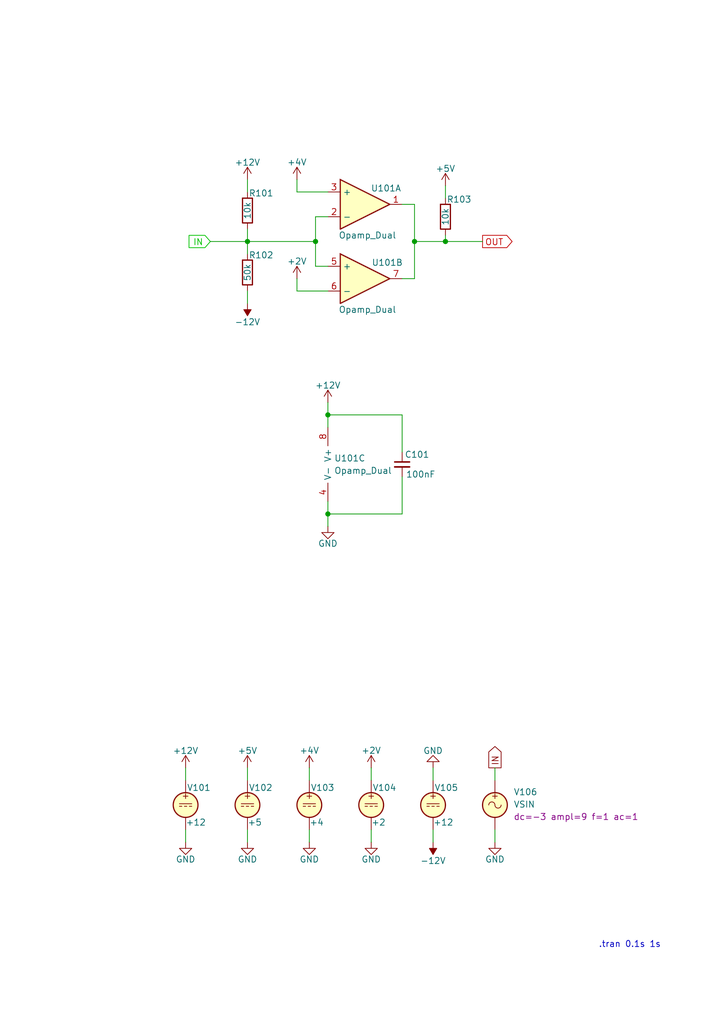
<source format=kicad_sch>
(kicad_sch (version 20250114) (generator "eeschema") (generator_version "9.0")
  (paper "A5" portrait)
  (title_block (title "Window comparator - Simulation") (date "2025-08-13") (rev "1.0.alpha") (comment 1 "Copyright (c) 2025 by Filip Pynckels & Robin Pynckels"))
  (lib_symbols
    (symbol "Device:C_Small" (pin_numbers (hide yes)) (pin_names (offset 0.254) (hide yes))
      (property "Reference" "C" (at 0.254 1.778 0))
      (property "Value" "C_Small" (at 0.254 -2.032 0))
      (symbol "C_Small_0_1"
        (polyline (pts (xy -1.524 0.508) (xy 1.524 0.508)) (stroke (width 0.3048)))
        (polyline (pts (xy -1.524 -0.508) (xy 1.524 -0.508)) (stroke (width 0.3302)))
      )
      (symbol "C_Small_1_1"
        (pin passive line (at 0 2.54 270) (length 2.032) (name "~") (number "1"))
        (pin passive line (at 0 -2.54 90) (length 2.032) (name "~") (number "2"))
      )
    )
    (symbol "Device:Opamp_Dual"
      (property "Reference" "U" (at 0 5.08 0))
      (property "Value" "Opamp_Dual" (at 0 -5.08 0))
      (symbol "Opamp_Dual_1_1"
        (polyline (pts (xy -5.08 5.08) (xy 5.08 0) (xy -5.08 -5.08) (xy -5.08 5.08)) (stroke (width 0.254)) (fill (type background)))
        (pin input line (at -7.62 2.54 0) (length 2.54) (name "+") (number "3"))
        (pin input line (at -7.62 -2.54 0) (length 2.54) (name "-") (number "2"))
        (pin output line (at 7.62 0 180) (length 2.54) (name "~") (number "1"))
      )
      (symbol "Opamp_Dual_2_1"
        (polyline (pts (xy -5.08 5.08) (xy 5.08 0) (xy -5.08 -5.08) (xy -5.08 5.08)) (stroke (width 0.254)) (fill (type background)))
        (pin input line (at -7.62 2.54 0) (length 2.54) (name "+") (number "5"))
        (pin input line (at -7.62 -2.54 0) (length 2.54) (name "-") (number "6"))
        (pin output line (at 7.62 0 180) (length 2.54) (name "~") (number "7"))
      )
      (symbol "Opamp_Dual_3_1"
        (pin power_in line (at -2.54 7.62 270) (length 3.81) (name "V+") (number "8"))
        (pin power_in line (at -2.54 -7.62 90) (length 3.81) (name "V-") (number "4"))
      )
    )
    (symbol "Device:R" (pin_numbers (hide yes)) (pin_names (offset 0))
      (property "Reference" "R" (at 2.032 0 90))
      (property "Value" "R" (at 0 0 90))
      (symbol "R_0_1"
        (rectangle (start -1.016 -2.54) (end 1.016 2.54) (stroke (width 0.254)))
      )
      (symbol "R_1_1"
        (pin passive line (at 0 3.81 270) (length 1.27) (name "~") (number "1"))
        (pin passive line (at 0 -3.81 90) (length 1.27) (name "~") (number "2"))
      )
    )
    (symbol "Power:+2V" (power) (pin_numbers (hide yes)) (pin_names (offset 0) (hide yes))
      (property "Value" "+2V" (at 0 3.556 0))
      (symbol "+2V_0_1"
        (polyline (pts (xy -0.762 1.27) (xy 0 2.54)))
        (polyline (pts (xy 0 2.54) (xy 0.762 1.27)))
        (polyline (pts (xy 0 0) (xy 0 2.54)))
      )
      (symbol "+2V_1_1"
        (pin power_in line (at 0 0 90) (length 0) (name "~") (number "1"))
      )
    )
    (symbol "Simulation_SPICE:VDC" (pin_numbers (hide yes)) (pin_names (offset 0.0254))
      (property "Reference" "V" (at 2.54 2.54 0))
      (property "Value" "1" (at 2.54 0 0))
      (symbol "VDC_0_0"
        (polyline (pts (xy -1.27 0.254) (xy 1.27 0.254)))
        (polyline (pts (xy -0.762 -0.254) (xy -1.27 -0.254)))
        (polyline (pts (xy 0.254 -0.254) (xy -0.254 -0.254)))
        (polyline (pts (xy 1.27 -0.254) (xy 0.762 -0.254)))
        (text "+" (at 0 1.905 0) (effects (font (size 1.27 1.27))))
      )
      (symbol "VDC_0_1"
        (circle (center 0 0) (radius 2.54) (stroke (width 0.254)) (fill (type background)))
      )
      (symbol "VDC_1_1"
        (pin passive line (at 0 5.08 270) (length 2.54) (name "~") (number "1"))
        (pin passive line (at 0 -5.08 90) (length 2.54) (name "~") (number "2"))
      )
    )
    (symbol "Simulation_SPICE:VSIN" (pin_numbers (hide yes)) (pin_names (offset 0.0254))
      (property "Reference" "V" (at 2.54 2.54 0))
      (property "Value" "VSIN" (at 2.54 0 0))
      (property "Sim.Params" "dc=0 ampl=1 f=1k ac=1" (at 2.54 -2.54 0))
      (symbol "VSIN_0_0"
        (arc (start -1.27 0) (mid -0.635 0.6323) (end 0 0))
        (arc (start 1.27 0) (mid 0.635 -0.6323) (end 0 0))
        (text "+" (at 0 1.905 0) (effects (font (size 1.27 1.27))))
      )
      (symbol "VSIN_0_1"
        (circle (center 0 0) (radius 2.54) (stroke (width 0.254)) (fill (type background)))
      )
      (symbol "VSIN_1_1"
        (pin passive line (at 0 5.08 270) (length 2.54) (name "~") (number "1"))
        (pin passive line (at 0 -5.08 90) (length 2.54) (name "~") (number "2"))
      )
    )
    (symbol "power:+12V" (power) (pin_numbers (hide yes)) (pin_names (offset 0) (hide yes))
      (property "Value" "+12V" (at 0 3.556 0))
      (symbol "+12V_0_1"
        (polyline (pts (xy -0.762 1.27) (xy 0 2.54)))
        (polyline (pts (xy 0 2.54) (xy 0.762 1.27)))
        (polyline (pts (xy 0 0) (xy 0 2.54)))
      )
      (symbol "+12V_1_1"
        (pin power_in line (at 0 0 90) (length 0) (name "~") (number "1"))
      )
    )
    (symbol "power:+4V" (power) (pin_numbers (hide yes)) (pin_names (offset 0) (hide yes))
      (property "Value" "+4V" (at 0 3.556 0))
      (symbol "+4V_0_1"
        (polyline (pts (xy -0.762 1.27) (xy 0 2.54)))
        (polyline (pts (xy 0 2.54) (xy 0.762 1.27)))
        (polyline (pts (xy 0 0) (xy 0 2.54)))
      )
      (symbol "+4V_1_1"
        (pin power_in line (at 0 0 90) (length 0) (name "~") (number "1"))
      )
    )
    (symbol "power:+5V" (power) (pin_numbers (hide yes)) (pin_names (offset 0) (hide yes))
      (property "Value" "+5V" (at 0 3.556 0))
      (symbol "+5V_0_1"
        (polyline (pts (xy -0.762 1.27) (xy 0 2.54)))
        (polyline (pts (xy 0 2.54) (xy 0.762 1.27)))
        (polyline (pts (xy 0 0) (xy 0 2.54)))
      )
      (symbol "+5V_1_1"
        (pin power_in line (at 0 0 90) (length 0) (name "~") (number "1"))
      )
    )
    (symbol "power:-12V" (power) (pin_numbers (hide yes)) (pin_names (offset 0) (hide yes))
      (property "Value" "-12V" (at 0 3.556 0))
      (symbol "-12V_0_0"
        (pin power_in line (at 0 0 90) (length 0) (name "~") (number "1"))
      )
      (symbol "-12V_0_1"
        (polyline (pts (xy 0 0) (xy 0 1.27) (xy 0.762 1.27) (xy 0 2.54) (xy -0.762 1.27) (xy 0 1.27)) (fill (type outline)))
      )
    )
    (symbol "power:GND" (power) (pin_numbers (hide yes)) (pin_names (offset 0) (hide yes))
      (property "Value" "GND" (at 0 -3.81 0))
      (symbol "GND_0_1"
        (polyline (pts (xy 0 0) (xy 0 -1.27) (xy 1.27 -1.27) (xy 0 -2.54) (xy -1.27 -1.27) (xy 0 -1.27)))
      )
      (symbol "GND_1_1"
        (pin power_in line (at 0 0 270) (length 0) (name "~") (number "1"))
      )
    )
  )
  (text ".tran 0.1s 1s" (at 129.286 193.802 0) (effects (font (size 1.27 1.27))))
  (junction (at 64.77 49.53))
  (junction (at 50.8 49.53))
  (junction (at 91.44 49.53))
  (junction (at 67.31 105.41))
  (junction (at 67.31 85.09))
  (junction (at 85.09 49.53))
  (wire (pts (xy 50.8 157.48) (xy 50.8 160.02)))
  (wire (pts (xy 64.77 49.53) (xy 64.77 54.61)))
  (wire (pts (xy 82.55 85.09) (xy 67.31 85.09)))
  (wire (pts (xy 60.96 59.69) (xy 67.31 59.69)))
  (wire (pts (xy 60.96 36.83) (xy 60.96 39.37)))
  (wire (pts (xy 101.6 170.18) (xy 101.6 172.72)))
  (wire (pts (xy 88.9 157.48) (xy 88.9 160.02)))
  (wire (pts (xy 50.8 46.99) (xy 50.8 49.53)))
  (wire (pts (xy 82.55 92.71) (xy 82.55 85.09)))
  (wire (pts (xy 60.96 39.37) (xy 67.31 39.37)))
  (wire (pts (xy 88.9 170.18) (xy 88.9 172.72)))
  (wire (pts (xy 82.55 97.79) (xy 82.55 105.41)))
  (wire (pts (xy 67.31 82.55) (xy 67.31 85.09)))
  (wire (pts (xy 38.1 170.18) (xy 38.1 172.72)))
  (wire (pts (xy 91.44 49.53) (xy 99.06 49.53)))
  (wire (pts (xy 82.55 105.41) (xy 67.31 105.41)))
  (wire (pts (xy 82.55 41.91) (xy 85.09 41.91)))
  (wire (pts (xy 63.5 170.18) (xy 63.5 172.72)))
  (wire (pts (xy 50.8 170.18) (xy 50.8 172.72)))
  (wire (pts (xy 76.2 157.48) (xy 76.2 160.02)))
  (wire (pts (xy 85.09 49.53) (xy 85.09 57.15)))
  (wire (pts (xy 101.6 157.48) (xy 101.6 160.02)))
  (wire (pts (xy 67.31 105.41) (xy 67.31 107.95)))
  (wire (pts (xy 50.8 49.53) (xy 64.77 49.53)))
  (wire (pts (xy 43.18 49.53) (xy 50.8 49.53)))
  (wire (pts (xy 67.31 44.45) (xy 64.77 44.45)))
  (wire (pts (xy 50.8 36.83) (xy 50.8 39.37)))
  (wire (pts (xy 63.5 157.48) (xy 63.5 160.02)))
  (wire (pts (xy 67.31 85.09) (xy 67.31 87.63)))
  (wire (pts (xy 76.2 170.18) (xy 76.2 172.72)))
  (wire (pts (xy 50.8 49.53) (xy 50.8 52.07)))
  (wire (pts (xy 85.09 49.53) (xy 91.44 49.53)))
  (wire (pts (xy 50.8 59.69) (xy 50.8 62.23)))
  (wire (pts (xy 60.96 59.69) (xy 60.96 57.15)))
  (wire (pts (xy 91.44 38.1) (xy 91.44 40.64)))
  (wire (pts (xy 85.09 57.15) (xy 82.55 57.15)))
  (wire (pts (xy 64.77 44.45) (xy 64.77 49.53)))
  (wire (pts (xy 38.1 157.48) (xy 38.1 160.02)))
  (wire (pts (xy 67.31 102.87) (xy 67.31 105.41)))
  (wire (pts (xy 85.09 41.91) (xy 85.09 49.53)))
  (wire (pts (xy 64.77 54.61) (xy 67.31 54.61)))
  (wire (pts (xy 91.44 48.26) (xy 91.44 49.53)))
  (global_label "IN" (shape output) (at 101.6 157.48 90) (property "Intersheetrefs" "${INTERSHEET_REFS}" (effects (hide yes))))
  (global_label "OUT" (shape output) (at 99.06 49.53 0) (property "Intersheetrefs" "${INTERSHEET_REFS}" (effects (hide yes))))
  (global_label "IN" (shape input) (at 43.18 49.53 180) (property "Intersheetrefs" "${INTERSHEET_REFS}" (effects (hide yes))))
  (symbol (lib_id "power:+12V") (at 50.8 36.83 0) (mirror y) (unit 1)
    (property "Reference" "#PWR0103" (effects (hide yes)))
    (property "Value" "+12V" (at 50.8 34.036 0) (effects (justify bottom)))
    (property "Description" "Power symbol creates a global label with name \"+12V\"" (effects (hide yes)))
  )
  (symbol (lib_id "Simulation_SPICE:VDC") (at 38.1 165.1 0) (unit 1)
    (property "Reference" "V101" (at 38.354 161.544 0) (effects (justify left)))
    (property "Value" "+12" (at 38.1 168.656 0) (effects (justify left)))
    (property "Datasheet" "https://ngspice.sourceforge.io/docs/ngspice-html-manual/manual.xhtml#sec_Independent_Sources_for" (effects (hide yes)))
    (property "Description" "Voltage source, DC" (effects (hide yes)))
    (property "Sim.Pins" "1=+ 2=-" (effects (hide yes)))
    (property "Sim.Type" "DC" (effects (hide yes)))
    (property "Sim.Device" "V" (effects (hide yes)))
  )
  (symbol (lib_id "power:+5V") (at 91.44 38.1 0) (mirror y) (unit 1)
    (property "Reference" "#PWR0115" (effects (hide yes)))
    (property "Value" "+5V" (at 91.44 35.306 0) (effects (justify bottom)))
    (property "Description" "Power symbol creates a global label with name \"+5V\"" (effects (hide yes)))
  )
  (symbol (lib_id "power:-12V") (at 50.8 62.23 180) (unit 1)
    (property "Reference" "#PWR0104" (effects (hide yes)))
    (property "Value" "-12V" (at 50.8 66.04 0))
    (property "Description" "Power symbol creates a global label with name \"-12V\"" (effects (hide yes)))
  )
  (symbol (lib_id "Device:R") (at 91.44 44.45 0) (unit 1)
    (property "Reference" "R103" (at 91.694 40.894 0) (effects (justify left)))
    (property "Value" "10k" (at 91.44 44.45 90))
    (property "Footprint" "Resistor_THT:R_Axial_DIN0207_L6.3mm_D2.5mm_P7.62mm_Horizontal" (effects (hide yes)))
    (property "Description" "Resistor" (effects (hide yes)))
  )
  (symbol (lib_id "Power:+2V") (at 76.2 157.48 0) (unit 1)
    (property "Reference" "#PWR0113" (effects (hide yes)))
    (property "Value" "+2V" (at 76.2 153.924 0))
    (property "Description" "Power symbol creates a global label with name \"+2V\"" (effects (hide yes)))
  )
  (symbol (lib_id "power:GND") (at 38.1 172.72 0) (mirror y) (unit 1)
    (property "Reference" "#PWR0102" (effects (hide yes)))
    (property "Value" "GND" (at 38.1 175.514 0) (effects (justify top)))
    (property "Description" "Power symbol creates a global label with name \"GND\" , ground" (effects (hide yes)))
  )
  (symbol (lib_id "Simulation_SPICE:VDC") (at 88.9 165.1 0) (unit 1)
    (property "Reference" "V105" (at 89.154 161.544 0) (effects (justify left)))
    (property "Value" "+12" (at 88.9 168.656 0) (effects (justify left)))
    (property "Datasheet" "https://ngspice.sourceforge.io/docs/ngspice-html-manual/manual.xhtml#sec_Independent_Sources_for" (effects (hide yes)))
    (property "Description" "Voltage source, DC" (effects (hide yes)))
    (property "Sim.Pins" "1=+ 2=-" (effects (hide yes)))
    (property "Sim.Type" "DC" (effects (hide yes)))
    (property "Sim.Device" "V" (effects (hide yes)))
  )
  (symbol (lib_id "Power:+2V") (at 60.96 57.15 0) (unit 1)
    (property "Reference" "#PWR0108" (effects (hide yes)))
    (property "Value" "+2V" (at 60.96 53.594 0))
    (property "Description" "Power symbol creates a global label with name \"+2V\"" (effects (hide yes)))
  )
  (symbol (lib_id "power:+12V") (at 38.1 157.48 0) (mirror y) (unit 1)
    (property "Reference" "#PWR0101" (effects (hide yes)))
    (property "Value" "+12V" (at 38.1 154.686 0) (effects (justify bottom)))
    (property "Description" "Power symbol creates a global label with name \"+12V\"" (effects (hide yes)))
  )
  (symbol (lib_id "power:GND") (at 50.8 172.72 0) (mirror y) (unit 1)
    (property "Reference" "#PWR0106" (effects (hide yes)))
    (property "Value" "GND" (at 50.8 175.514 0) (effects (justify top)))
    (property "Description" "Power symbol creates a global label with name \"GND\" , ground" (effects (hide yes)))
  )
  (symbol (lib_id "power:GND") (at 76.2 172.72 0) (mirror y) (unit 1)
    (property "Reference" "#PWR0114" (effects (hide yes)))
    (property "Value" "GND" (at 76.2 175.514 0) (effects (justify top)))
    (property "Description" "Power symbol creates a global label with name \"GND\" , ground" (effects (hide yes)))
  )
  (symbol (lib_id "power:+5V") (at 50.8 157.48 0) (mirror y) (unit 1)
    (property "Reference" "#PWR0105" (effects (hide yes)))
    (property "Value" "+5V" (at 50.8 154.686 0) (effects (justify bottom)))
    (property "Description" "Power symbol creates a global label with name \"+5V\"" (effects (hide yes)))
  )
  (symbol (lib_id "power:+12V") (at 67.31 82.55 0) (mirror y) (unit 1)
    (property "Reference" "#PWR0109" (effects (hide yes)))
    (property "Value" "+12V" (at 67.31 79.756 0) (effects (justify bottom)))
    (property "Description" "Power symbol creates a global label with name \"+12V\"" (effects (hide yes)))
  )
  (symbol (lib_id "power:-12V") (at 88.9 172.72 180) (unit 1)
    (property "Reference" "#PWR0110" (effects (hide yes)))
    (property "Value" "-12V" (at 88.9 176.53 0))
    (property "Description" "Power symbol creates a global label with name \"-12V\"" (effects (hide yes)))
  )
  (symbol (lib_id "power:+4V") (at 63.5 157.48 0) (unit 1)
    (property "Reference" "#PWR0111" (effects (hide yes)))
    (property "Value" "+4V" (at 63.5 153.924 0))
    (property "Description" "Power symbol creates a global label with name \"+4V\"" (effects (hide yes)))
  )
  (symbol (lib_id "Simulation_SPICE:VDC") (at 63.5 165.1 0) (unit 1)
    (property "Reference" "V103" (at 63.754 161.544 0) (effects (justify left)))
    (property "Value" "+4" (at 63.5 168.656 0) (effects (justify left)))
    (property "Datasheet" "https://ngspice.sourceforge.io/docs/ngspice-html-manual/manual.xhtml#sec_Independent_Sources_for" (effects (hide yes)))
    (property "Description" "Voltage source, DC" (effects (hide yes)))
    (property "Sim.Pins" "1=+ 2=-" (effects (hide yes)))
    (property "Sim.Type" "DC" (effects (hide yes)))
    (property "Sim.Device" "V" (effects (hide yes)))
  )
  (symbol (lib_id "Simulation_SPICE:VSIN") (at 101.6 165.1 0) (unit 1)
    (property "Reference" "V106" (at 105.41 162.4301 0) (effects (justify left)))
    (property "Value" "VSIN" (at 105.41 164.9701 0) (effects (justify left)))
    (property "Datasheet" "https://ngspice.sourceforge.io/docs/ngspice-html-manual/manual.xhtml#sec_Independent_Sources_for" (effects (hide yes)))
    (property "Description" "Voltage source, sinusoidal" (effects (hide yes)))
    (property "Sim.Pins" "1=+ 2=-" (effects (hide yes)))
    (property "Sim.Params" "dc=-3 ampl=9 f=1 ac=1" (at 105.41 167.5101 0) (effects (justify left)))
    (property "Sim.Type" "SIN" (effects (hide yes)))
    (property "Sim.Device" "V" (effects (hide yes)))
  )
  (symbol (lib_id "power:GND") (at 101.6 172.72 0) (mirror y) (unit 1)
    (property "Reference" "#PWR0119" (effects (hide yes)))
    (property "Value" "GND" (at 101.6 175.514 0) (effects (justify top)))
    (property "Description" "Power symbol creates a global label with name \"GND\" , ground" (effects (hide yes)))
  )
  (symbol (lib_id "Device:C_Small") (at 82.55 95.25 0) (unit 1)
    (property "Reference" "C101" (at 83.058 93.218 0) (effects (justify left)))
    (property "Value" "100nF" (at 83.312 97.282 0) (effects (justify left)))
    (property "Footprint" "Capacitor_THT:C_Disc_D5.0mm_W2.5mm_P5.00mm" (effects (hide yes)))
    (property "Description" "Unpolarized capacitor, small symbol" (effects (hide yes)))
  )
  (symbol (lib_id "power:GND") (at 67.31 107.95 0) (mirror y) (unit 1)
    (property "Reference" "#PWR0118" (effects (hide yes)))
    (property "Value" "GND" (at 67.31 110.744 0) (effects (justify top)))
    (property "Description" "Power symbol creates a global label with name \"GND\" , ground" (effects (hide yes)))
  )
  (symbol (lib_id "Simulation_SPICE:VDC") (at 50.8 165.1 0) (unit 1)
    (property "Reference" "V102" (at 51.054 161.544 0) (effects (justify left)))
    (property "Value" "+5" (at 50.8 168.656 0) (effects (justify left)))
    (property "Datasheet" "https://ngspice.sourceforge.io/docs/ngspice-html-manual/manual.xhtml#sec_Independent_Sources_for" (effects (hide yes)))
    (property "Description" "Voltage source, DC" (effects (hide yes)))
    (property "Sim.Pins" "1=+ 2=-" (effects (hide yes)))
    (property "Sim.Type" "DC" (effects (hide yes)))
    (property "Sim.Device" "V" (effects (hide yes)))
  )
  (symbol (lib_id "Device:Opamp_Dual") (at 69.85 95.25 0) (unit 3)
    (property "Reference" "U101" (at 68.58 93.9799 0) (effects (justify left)))
    (property "Value" "Opamp_Dual" (at 68.58 96.5199 0) (effects (justify left)))
    (property "Description" "Dual operational amplifier" (effects (hide yes)))
    (property "Sim.Library" "${KIPRJMOD}/libraries/LM393.spice" (effects (hide yes)))
    (property "Sim.Name" "LM393" (effects (hide yes)))
    (property "Sim.Device" "SUBCKT" (effects (hide yes)))
    (property "Sim.Pins" "1=out1 2=in1- 3=in1+ 4=vee 5=in2+ 6=in2- 7=out2 8=vcc" (effects (hide yes)))
  )
  (symbol (lib_id "power:GND") (at 88.9 157.48 0) (mirror x) (unit 1)
    (property "Reference" "#PWR0117" (effects (hide yes)))
    (property "Value" "GND" (at 88.9 154.686 0) (effects (justify top)))
    (property "Description" "Power symbol creates a global label with name \"GND\" , ground" (effects (hide yes)))
  )
  (symbol (lib_id "Device:R") (at 50.8 43.18 0) (unit 1)
    (property "Reference" "R101" (at 51.054 39.624 0) (effects (justify left)))
    (property "Value" "10k" (at 50.8 43.18 90))
    (property "Footprint" "Resistor_THT:R_Axial_DIN0207_L6.3mm_D2.5mm_P7.62mm_Horizontal" (effects (hide yes)))
    (property "Description" "Resistor" (effects (hide yes)))
  )
  (symbol (lib_id "Device:R") (at 50.8 55.88 0) (unit 1)
    (property "Reference" "R102" (at 51.054 52.324 0) (effects (justify left)))
    (property "Value" "50k" (at 50.8 55.88 90))
    (property "Footprint" "Resistor_THT:R_Axial_DIN0207_L6.3mm_D2.5mm_P7.62mm_Horizontal" (effects (hide yes)))
    (property "Description" "Resistor" (effects (hide yes)))
  )
  (symbol (lib_id "Device:Opamp_Dual") (at 74.93 57.15 0) (unit 2)
    (property "Reference" "U101" (at 79.502 53.848 0))
    (property "Value" "Opamp_Dual" (at 75.438 63.5 0))
    (property "Description" "Dual operational amplifier" (effects (hide yes)))
    (property "Sim.Library" "${KIPRJMOD}/libraries/LM393.spice" (effects (hide yes)))
    (property "Sim.Name" "LM393" (effects (hide yes)))
    (property "Sim.Device" "SUBCKT" (effects (hide yes)))
    (property "Sim.Pins" "1=out1 2=in1- 3=in1+ 4=vee 5=in2+ 6=in2- 7=out2 8=vcc" (effects (hide yes)))
  )
  (symbol (lib_id "power:GND") (at 63.5 172.72 0) (mirror y) (unit 1)
    (property "Reference" "#PWR0112" (effects (hide yes)))
    (property "Value" "GND" (at 63.5 175.514 0) (effects (justify top)))
    (property "Description" "Power symbol creates a global label with name \"GND\" , ground" (effects (hide yes)))
  )
  (symbol (lib_id "Simulation_SPICE:VDC") (at 76.2 165.1 0) (unit 1)
    (property "Reference" "V104" (at 76.454 161.544 0) (effects (justify left)))
    (property "Value" "+2" (at 76.2 168.656 0) (effects (justify left)))
    (property "Datasheet" "https://ngspice.sourceforge.io/docs/ngspice-html-manual/manual.xhtml#sec_Independent_Sources_for" (effects (hide yes)))
    (property "Description" "Voltage source, DC" (effects (hide yes)))
    (property "Sim.Pins" "1=+ 2=-" (effects (hide yes)))
    (property "Sim.Type" "DC" (effects (hide yes)))
    (property "Sim.Device" "V" (effects (hide yes)))
  )
  (symbol (lib_id "power:+4V") (at 60.96 36.83 0) (unit 1)
    (property "Reference" "#PWR0107" (effects (hide yes)))
    (property "Value" "+4V" (at 60.96 33.274 0))
    (property "Description" "Power symbol creates a global label with name \"+4V\"" (effects (hide yes)))
  )
  (symbol (lib_id "Device:Opamp_Dual") (at 74.93 41.91 0) (unit 1)
    (property "Reference" "U101" (at 79.248 38.608 0))
    (property "Value" "Opamp_Dual" (at 75.438 48.26 0))
    (property "Description" "Dual operational amplifier" (effects (hide yes)))
    (property "Sim.Library" "${KIPRJMOD}/libraries/LM393.spice" (effects (hide yes)))
    (property "Sim.Name" "LM393" (effects (hide yes)))
    (property "Sim.Device" "SUBCKT" (effects (hide yes)))
    (property "Sim.Pins" "1=out1 2=in1- 3=in1+ 4=vee 5=in2+ 6=in2- 7=out2 8=vcc" (effects (hide yes)))
  )
)
</source>
